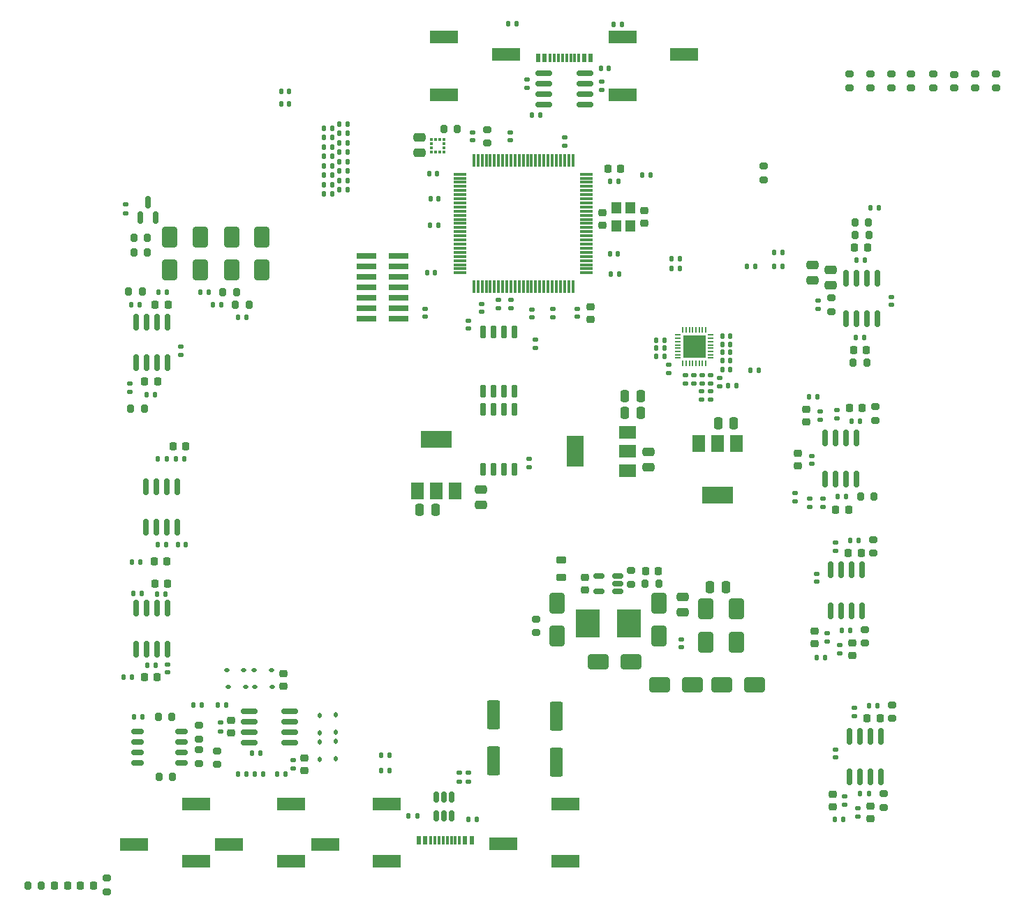
<source format=gbr>
%TF.GenerationSoftware,KiCad,Pcbnew,7.0.6*%
%TF.CreationDate,2024-06-29T14:20:43+02:00*%
%TF.ProjectId,plinkyblack_hwmidi_jacks,706c696e-6b79-4626-9c61-636b5f68776d,rev?*%
%TF.SameCoordinates,Original*%
%TF.FileFunction,Paste,Top*%
%TF.FilePolarity,Positive*%
%FSLAX46Y46*%
G04 Gerber Fmt 4.6, Leading zero omitted, Abs format (unit mm)*
G04 Created by KiCad (PCBNEW 7.0.6) date 2024-06-29 14:20:43*
%MOMM*%
%LPD*%
G01*
G04 APERTURE LIST*
G04 Aperture macros list*
%AMRoundRect*
0 Rectangle with rounded corners*
0 $1 Rounding radius*
0 $2 $3 $4 $5 $6 $7 $8 $9 X,Y pos of 4 corners*
0 Add a 4 corners polygon primitive as box body*
4,1,4,$2,$3,$4,$5,$6,$7,$8,$9,$2,$3,0*
0 Add four circle primitives for the rounded corners*
1,1,$1+$1,$2,$3*
1,1,$1+$1,$4,$5*
1,1,$1+$1,$6,$7*
1,1,$1+$1,$8,$9*
0 Add four rect primitives between the rounded corners*
20,1,$1+$1,$2,$3,$4,$5,0*
20,1,$1+$1,$4,$5,$6,$7,0*
20,1,$1+$1,$6,$7,$8,$9,0*
20,1,$1+$1,$8,$9,$2,$3,0*%
G04 Aperture macros list end*
%ADD10RoundRect,0.250000X0.250000X0.475000X-0.250000X0.475000X-0.250000X-0.475000X0.250000X-0.475000X0*%
%ADD11RoundRect,0.250000X-0.250000X-0.475000X0.250000X-0.475000X0.250000X0.475000X-0.250000X0.475000X0*%
%ADD12RoundRect,0.225000X-0.225000X-0.250000X0.225000X-0.250000X0.225000X0.250000X-0.225000X0.250000X0*%
%ADD13RoundRect,0.140000X-0.170000X0.140000X-0.170000X-0.140000X0.170000X-0.140000X0.170000X0.140000X0*%
%ADD14RoundRect,0.225000X0.225000X0.250000X-0.225000X0.250000X-0.225000X-0.250000X0.225000X-0.250000X0*%
%ADD15RoundRect,0.140000X0.140000X0.170000X-0.140000X0.170000X-0.140000X-0.170000X0.140000X-0.170000X0*%
%ADD16RoundRect,0.250000X-0.550000X1.500000X-0.550000X-1.500000X0.550000X-1.500000X0.550000X1.500000X0*%
%ADD17RoundRect,0.225000X0.250000X-0.225000X0.250000X0.225000X-0.250000X0.225000X-0.250000X-0.225000X0*%
%ADD18RoundRect,0.135000X-0.185000X0.135000X-0.185000X-0.135000X0.185000X-0.135000X0.185000X0.135000X0*%
%ADD19RoundRect,0.135000X-0.135000X-0.185000X0.135000X-0.185000X0.135000X0.185000X-0.135000X0.185000X0*%
%ADD20RoundRect,0.200000X0.275000X-0.200000X0.275000X0.200000X-0.275000X0.200000X-0.275000X-0.200000X0*%
%ADD21RoundRect,0.200000X0.200000X0.275000X-0.200000X0.275000X-0.200000X-0.275000X0.200000X-0.275000X0*%
%ADD22RoundRect,0.135000X0.135000X0.185000X-0.135000X0.185000X-0.135000X-0.185000X0.135000X-0.185000X0*%
%ADD23RoundRect,0.135000X0.185000X-0.135000X0.185000X0.135000X-0.185000X0.135000X-0.185000X-0.135000X0*%
%ADD24RoundRect,0.200000X-0.275000X0.200000X-0.275000X-0.200000X0.275000X-0.200000X0.275000X0.200000X0*%
%ADD25RoundRect,0.150000X-0.150000X0.825000X-0.150000X-0.825000X0.150000X-0.825000X0.150000X0.825000X0*%
%ADD26R,1.500000X2.000000*%
%ADD27R,3.800000X2.000000*%
%ADD28RoundRect,0.150000X0.150000X-0.825000X0.150000X0.825000X-0.150000X0.825000X-0.150000X-0.825000X0*%
%ADD29RoundRect,0.140000X0.170000X-0.140000X0.170000X0.140000X-0.170000X0.140000X-0.170000X-0.140000X0*%
%ADD30RoundRect,0.140000X-0.140000X-0.170000X0.140000X-0.170000X0.140000X0.170000X-0.140000X0.170000X0*%
%ADD31RoundRect,0.250000X-0.475000X0.250000X-0.475000X-0.250000X0.475000X-0.250000X0.475000X0.250000X0*%
%ADD32RoundRect,0.225000X-0.250000X0.225000X-0.250000X-0.225000X0.250000X-0.225000X0.250000X0.225000X0*%
%ADD33R,1.200000X1.400000*%
%ADD34RoundRect,0.150000X0.150000X-0.650000X0.150000X0.650000X-0.150000X0.650000X-0.150000X-0.650000X0*%
%ADD35RoundRect,0.075000X0.725000X0.075000X-0.725000X0.075000X-0.725000X-0.075000X0.725000X-0.075000X0*%
%ADD36RoundRect,0.075000X0.075000X0.725000X-0.075000X0.725000X-0.075000X-0.725000X0.075000X-0.725000X0*%
%ADD37R,2.400000X0.740000*%
%ADD38RoundRect,0.218750X-0.381250X0.218750X-0.381250X-0.218750X0.381250X-0.218750X0.381250X0.218750X0*%
%ADD39RoundRect,0.250000X0.475000X-0.250000X0.475000X0.250000X-0.475000X0.250000X-0.475000X-0.250000X0*%
%ADD40RoundRect,0.250000X-0.650000X1.000000X-0.650000X-1.000000X0.650000X-1.000000X0.650000X1.000000X0*%
%ADD41RoundRect,0.250000X0.650000X-1.000000X0.650000X1.000000X-0.650000X1.000000X-0.650000X-1.000000X0*%
%ADD42R,3.000000X3.500000*%
%ADD43RoundRect,0.150000X0.512500X0.150000X-0.512500X0.150000X-0.512500X-0.150000X0.512500X-0.150000X0*%
%ADD44RoundRect,0.150000X0.150000X-0.587500X0.150000X0.587500X-0.150000X0.587500X-0.150000X-0.587500X0*%
%ADD45RoundRect,0.150000X-0.150000X0.650000X-0.150000X-0.650000X0.150000X-0.650000X0.150000X0.650000X0*%
%ADD46RoundRect,0.150000X0.150000X-0.512500X0.150000X0.512500X-0.150000X0.512500X-0.150000X-0.512500X0*%
%ADD47RoundRect,0.200000X-0.200000X-0.275000X0.200000X-0.275000X0.200000X0.275000X-0.200000X0.275000X0*%
%ADD48RoundRect,0.150000X0.825000X0.150000X-0.825000X0.150000X-0.825000X-0.150000X0.825000X-0.150000X0*%
%ADD49RoundRect,0.250000X-1.000000X-0.650000X1.000000X-0.650000X1.000000X0.650000X-1.000000X0.650000X0*%
%ADD50R,0.375000X0.350000*%
%ADD51R,0.350000X0.375000*%
%ADD52RoundRect,0.112500X-0.187500X-0.112500X0.187500X-0.112500X0.187500X0.112500X-0.187500X0.112500X0*%
%ADD53RoundRect,0.112500X0.187500X0.112500X-0.187500X0.112500X-0.187500X-0.112500X0.187500X-0.112500X0*%
%ADD54RoundRect,0.112500X0.112500X-0.187500X0.112500X0.187500X-0.112500X0.187500X-0.112500X-0.187500X0*%
%ADD55RoundRect,0.112500X-0.112500X0.187500X-0.112500X-0.187500X0.112500X-0.187500X0.112500X0.187500X0*%
%ADD56R,3.500000X1.500000*%
%ADD57RoundRect,0.150000X0.625000X0.150000X-0.625000X0.150000X-0.625000X-0.150000X0.625000X-0.150000X0*%
%ADD58R,0.600000X1.140000*%
%ADD59R,0.300000X1.140000*%
%ADD60R,2.000000X1.500000*%
%ADD61R,2.000000X3.800000*%
%ADD62R,0.800000X0.200000*%
%ADD63R,0.200000X0.800000*%
%ADD64R,2.750000X2.750000*%
%ADD65RoundRect,0.250000X1.000000X0.650000X-1.000000X0.650000X-1.000000X-0.650000X1.000000X-0.650000X0*%
%ADD66RoundRect,0.218750X0.218750X0.256250X-0.218750X0.256250X-0.218750X-0.256250X0.218750X-0.256250X0*%
%ADD67RoundRect,0.218750X-0.218750X-0.256250X0.218750X-0.256250X0.218750X0.256250X-0.218750X0.256250X0*%
G04 APERTURE END LIST*
D10*
%TO.C,C9*%
X67904400Y-87147400D03*
X66004400Y-87147400D03*
%TD*%
D11*
%TO.C,C10*%
X102161300Y-76619100D03*
X104061300Y-76619100D03*
%TD*%
D12*
%TO.C,C20*%
X118605000Y-67691000D03*
X120155000Y-67691000D03*
%TD*%
%TO.C,C21*%
X118732000Y-55245000D03*
X120282000Y-55245000D03*
%TD*%
D13*
%TO.C,C25*%
X114173000Y-94897000D03*
X114173000Y-95857000D03*
%TD*%
D14*
%TO.C,C38*%
X37619519Y-79408918D03*
X36069519Y-79408918D03*
%TD*%
%TO.C,C39*%
X35300081Y-93377518D03*
X33750081Y-93377518D03*
%TD*%
D15*
%TO.C,C40*%
X37610793Y-91356981D03*
X36650793Y-91356981D03*
%TD*%
D16*
%TO.C,C43*%
X74930000Y-112008000D03*
X74930000Y-117608000D03*
%TD*%
D17*
%TO.C,C44*%
X116078000Y-123203000D03*
X116078000Y-121653000D03*
%TD*%
%TO.C,C45*%
X113919000Y-103391000D03*
X113919000Y-101841000D03*
%TD*%
%TO.C,C47*%
X118491000Y-104788000D03*
X118491000Y-103238000D03*
%TD*%
D13*
%TO.C,C50*%
X116459000Y-116233000D03*
X116459000Y-117193000D03*
%TD*%
D18*
%TO.C,R14*%
X114300000Y-61720000D03*
X114300000Y-62740000D03*
%TD*%
D19*
%TO.C,R15*%
X120648000Y-50419000D03*
X121668000Y-50419000D03*
%TD*%
D20*
%TO.C,R16*%
X115951000Y-63055000D03*
X115951000Y-61405000D03*
%TD*%
D19*
%TO.C,R18*%
X118870000Y-66167000D03*
X119890000Y-66167000D03*
%TD*%
%TO.C,R19*%
X118972000Y-56769000D03*
X119992000Y-56769000D03*
%TD*%
D21*
%TO.C,R20*%
X120205000Y-69215000D03*
X118555000Y-69215000D03*
%TD*%
D22*
%TO.C,R26*%
X35272794Y-80892769D03*
X34252794Y-80892769D03*
%TD*%
%TO.C,R27*%
X32073622Y-93463835D03*
X31053622Y-93463835D03*
%TD*%
%TO.C,R30*%
X37418947Y-80890763D03*
X36398947Y-80890763D03*
%TD*%
%TO.C,R31*%
X35202516Y-91312482D03*
X34182516Y-91312482D03*
%TD*%
D18*
%TO.C,R33*%
X70776374Y-119067312D03*
X70776374Y-120087312D03*
%TD*%
%TO.C,R42*%
X117551000Y-121893000D03*
X117551000Y-122913000D03*
%TD*%
D22*
%TO.C,R43*%
X115191000Y-105029000D03*
X114171000Y-105029000D03*
%TD*%
%TO.C,R44*%
X117350000Y-124714000D03*
X116330000Y-124714000D03*
%TD*%
D19*
%TO.C,R45*%
X119429000Y-121539000D03*
X120449000Y-121539000D03*
%TD*%
D18*
%TO.C,R46*%
X115443000Y-102106000D03*
X115443000Y-103126000D03*
%TD*%
D19*
%TO.C,R47*%
X117219000Y-101727000D03*
X118239000Y-101727000D03*
%TD*%
D23*
%TO.C,R48*%
X118745000Y-112143000D03*
X118745000Y-111123000D03*
%TD*%
%TO.C,R49*%
X116459000Y-92077000D03*
X116459000Y-91057000D03*
%TD*%
D22*
%TO.C,R50*%
X121541000Y-110871000D03*
X120521000Y-110871000D03*
%TD*%
D20*
%TO.C,R52*%
X122301000Y-123253000D03*
X122301000Y-121603000D03*
%TD*%
%TO.C,R53*%
X120015000Y-103314000D03*
X120015000Y-101664000D03*
%TD*%
D24*
%TO.C,R54*%
X123317000Y-110808000D03*
X123317000Y-112458000D03*
%TD*%
%TO.C,R55*%
X121031000Y-90716500D03*
X121031000Y-92366500D03*
%TD*%
D25*
%TO.C,U1*%
X36601834Y-84293010D03*
X35331834Y-84293010D03*
X34061834Y-84293010D03*
X32791834Y-84293010D03*
X32791834Y-89243010D03*
X34061834Y-89243010D03*
X35331834Y-89243010D03*
X36601834Y-89243010D03*
%TD*%
D26*
%TO.C,U2*%
X65670400Y-84836400D03*
X67970400Y-84836400D03*
D27*
X67970400Y-78536400D03*
D26*
X70270400Y-84836400D03*
%TD*%
%TO.C,U3*%
X104395300Y-79057100D03*
X102095300Y-79057100D03*
D27*
X102095300Y-85357100D03*
D26*
X99795300Y-79057100D03*
%TD*%
D28*
%TO.C,U5*%
X117729000Y-63943000D03*
X118999000Y-63943000D03*
X120269000Y-63943000D03*
X121539000Y-63943000D03*
X121539000Y-58993000D03*
X120269000Y-58993000D03*
X118999000Y-58993000D03*
X117729000Y-58993000D03*
%TD*%
D25*
%TO.C,U10*%
X119634000Y-94426000D03*
X118364000Y-94426000D03*
X117094000Y-94426000D03*
X115824000Y-94426000D03*
X115824000Y-99376000D03*
X117094000Y-99376000D03*
X118364000Y-99376000D03*
X119634000Y-99376000D03*
%TD*%
%TO.C,U11*%
X121920000Y-114619000D03*
X120650000Y-114619000D03*
X119380000Y-114619000D03*
X118110000Y-114619000D03*
X118110000Y-119569000D03*
X119380000Y-119569000D03*
X120650000Y-119569000D03*
X121920000Y-119569000D03*
%TD*%
D14*
%TO.C,C48*%
X121806000Y-112395000D03*
X120256000Y-112395000D03*
%TD*%
D29*
%TO.C,C51*%
X123190000Y-62202000D03*
X123190000Y-61242000D03*
%TD*%
D20*
%TO.C,R58*%
X118110000Y-35877000D03*
X118110000Y-34227000D03*
%TD*%
%TO.C,R59*%
X120650000Y-35877000D03*
X120650000Y-34227000D03*
%TD*%
%TO.C,R60*%
X123190000Y-35877000D03*
X123190000Y-34227000D03*
%TD*%
%TO.C,R61*%
X125603000Y-35877000D03*
X125603000Y-34227000D03*
%TD*%
%TO.C,R62*%
X128270000Y-35877000D03*
X128270000Y-34227000D03*
%TD*%
%TO.C,R63*%
X130810000Y-35902000D03*
X130810000Y-34252000D03*
%TD*%
%TO.C,R64*%
X133350000Y-35877000D03*
X133350000Y-34227000D03*
%TD*%
%TO.C,R65*%
X135890000Y-35877000D03*
X135890000Y-34227000D03*
%TD*%
D22*
%TO.C,R12*%
X33938107Y-105996078D03*
X32918107Y-105996078D03*
%TD*%
%TO.C,R11*%
X35157191Y-97358739D03*
X34137191Y-97358739D03*
%TD*%
%TO.C,R5*%
X31084932Y-107396728D03*
X30064932Y-107396728D03*
%TD*%
%TO.C,R4*%
X32252140Y-97229049D03*
X31232140Y-97229049D03*
%TD*%
D14*
%TO.C,C8*%
X34151231Y-107422665D03*
X32601231Y-107422665D03*
%TD*%
%TO.C,C7*%
X35396253Y-96087779D03*
X33846253Y-96087779D03*
%TD*%
D29*
%TO.C,C1*%
X35357394Y-106835759D03*
X35357394Y-105875759D03*
%TD*%
D25*
%TO.C,U9*%
X35359045Y-99085688D03*
X34089045Y-99085688D03*
X32819045Y-99085688D03*
X31549045Y-99085688D03*
X31549045Y-104035688D03*
X32819045Y-104035688D03*
X34089045Y-104035688D03*
X35359045Y-104035688D03*
%TD*%
D23*
%TO.C,R66*%
X119126000Y-124335000D03*
X119126000Y-123315000D03*
%TD*%
%TO.C,R67*%
X116967000Y-104586500D03*
X116967000Y-103566500D03*
%TD*%
D17*
%TO.C,C46*%
X120650000Y-124600000D03*
X120650000Y-123050000D03*
%TD*%
D30*
%TO.C,C34*%
X92992000Y-46482000D03*
X93952000Y-46482000D03*
%TD*%
D21*
%TO.C,R24*%
X45275000Y-62230000D03*
X43625000Y-62230000D03*
%TD*%
D22*
%TO.C,R28*%
X41912000Y-62230000D03*
X40892000Y-62230000D03*
%TD*%
D21*
%TO.C,R29*%
X43776400Y-60706000D03*
X42126400Y-60706000D03*
%TD*%
D22*
%TO.C,R35*%
X97538000Y-56642000D03*
X96518000Y-56642000D03*
%TD*%
D24*
%TO.C,R91*%
X121285000Y-74613000D03*
X121285000Y-76263000D03*
%TD*%
D16*
%TO.C,C42*%
X82550000Y-112135000D03*
X82550000Y-117735000D03*
%TD*%
D22*
%TO.C,R22*%
X39551201Y-110771003D03*
X38531201Y-110771003D03*
%TD*%
D10*
%TO.C,C26*%
X92771000Y-75311000D03*
X90871000Y-75311000D03*
%TD*%
%TO.C,C30*%
X92771000Y-73279000D03*
X90871000Y-73279000D03*
%TD*%
D31*
%TO.C,C2*%
X73406000Y-84648000D03*
X73406000Y-86548000D03*
%TD*%
D17*
%TO.C,C15*%
X49445233Y-108542946D03*
X49445233Y-106992946D03*
%TD*%
D30*
%TO.C,C35*%
X39398000Y-60706000D03*
X40358000Y-60706000D03*
%TD*%
D12*
%TO.C,C62*%
X118097000Y-74739500D03*
X119647000Y-74739500D03*
%TD*%
D22*
%TO.C,R41*%
X57279000Y-48260000D03*
X56259000Y-48260000D03*
%TD*%
%TO.C,R71*%
X57279000Y-43688000D03*
X56259000Y-43688000D03*
%TD*%
%TO.C,R68*%
X57279000Y-47117000D03*
X56259000Y-47117000D03*
%TD*%
%TO.C,R73*%
X57279000Y-41402000D03*
X56259000Y-41402000D03*
%TD*%
%TO.C,R72*%
X57279000Y-42545000D03*
X56259000Y-42545000D03*
%TD*%
D19*
%TO.C,R81*%
X54354000Y-41910000D03*
X55374000Y-41910000D03*
%TD*%
D22*
%TO.C,R69*%
X57279000Y-45974000D03*
X56259000Y-45974000D03*
%TD*%
D19*
%TO.C,R75*%
X54354000Y-48768000D03*
X55374000Y-48768000D03*
%TD*%
%TO.C,R76*%
X54354000Y-47625000D03*
X55374000Y-47625000D03*
%TD*%
%TO.C,R79*%
X54354000Y-44196000D03*
X55374000Y-44196000D03*
%TD*%
%TO.C,R82*%
X54354000Y-40767000D03*
X55374000Y-40767000D03*
%TD*%
%TO.C,R78*%
X54377000Y-45339000D03*
X55397000Y-45339000D03*
%TD*%
%TO.C,R80*%
X54354000Y-43053000D03*
X55374000Y-43053000D03*
%TD*%
D22*
%TO.C,R70*%
X57279000Y-44831000D03*
X56259000Y-44831000D03*
%TD*%
%TO.C,R74*%
X57279000Y-40259000D03*
X56259000Y-40259000D03*
%TD*%
D19*
%TO.C,R77*%
X54377000Y-46482000D03*
X55397000Y-46482000D03*
%TD*%
D21*
%TO.C,R21*%
X120459000Y-53721000D03*
X118809000Y-53721000D03*
%TD*%
D30*
%TO.C,C18*%
X89055000Y-56007000D03*
X90015000Y-56007000D03*
%TD*%
D17*
%TO.C,C12*%
X93218000Y-52337000D03*
X93218000Y-50787000D03*
%TD*%
D29*
%TO.C,C19*%
X83600000Y-42880000D03*
X83600000Y-41920000D03*
%TD*%
%TO.C,C22*%
X72390000Y-42263000D03*
X72390000Y-41303000D03*
%TD*%
D15*
%TO.C,C23*%
X67853500Y-58318400D03*
X66893500Y-58318400D03*
%TD*%
D32*
%TO.C,C24*%
X86741000Y-62432900D03*
X86741000Y-63982900D03*
%TD*%
D18*
%TO.C,R34*%
X82169000Y-62736000D03*
X82169000Y-63756000D03*
%TD*%
D24*
%TO.C,R38*%
X74168000Y-40958000D03*
X74168000Y-42608000D03*
%TD*%
D21*
%TO.C,R39*%
X70548000Y-40894000D03*
X68898000Y-40894000D03*
%TD*%
D15*
%TO.C,C36*%
X90142000Y-58521600D03*
X89182000Y-58521600D03*
%TD*%
D33*
%TO.C,Y1*%
X91528000Y-52662000D03*
X91528000Y-50462000D03*
X89828000Y-50462000D03*
X89828000Y-52662000D03*
%TD*%
D13*
%TO.C,C37*%
X76936600Y-41303000D03*
X76936600Y-42263000D03*
%TD*%
D29*
%TO.C,C59*%
X73533000Y-63091000D03*
X73533000Y-62131000D03*
%TD*%
D30*
%TO.C,C54*%
X89118500Y-47205900D03*
X90078500Y-47205900D03*
%TD*%
D29*
%TO.C,C56*%
X79629000Y-63726000D03*
X79629000Y-62766000D03*
%TD*%
D30*
%TO.C,C52*%
X67312600Y-49326800D03*
X68272600Y-49326800D03*
%TD*%
D13*
%TO.C,C53*%
X85090000Y-62727900D03*
X85090000Y-63687900D03*
%TD*%
D30*
%TO.C,C57*%
X67160200Y-46278800D03*
X68120200Y-46278800D03*
%TD*%
%TO.C,C58*%
X67261800Y-52527200D03*
X68221800Y-52527200D03*
%TD*%
D34*
%TO.C,U12*%
X73660000Y-72688000D03*
X74930000Y-72688000D03*
X76200000Y-72688000D03*
X77470000Y-72688000D03*
X77470000Y-65488000D03*
X76200000Y-65488000D03*
X74930000Y-65488000D03*
X73660000Y-65488000D03*
%TD*%
D29*
%TO.C,C16*%
X71882000Y-65123000D03*
X71882000Y-64163000D03*
%TD*%
D35*
%TO.C,U4*%
X86224500Y-58349400D03*
X86224500Y-57849400D03*
X86224500Y-57349400D03*
X86224500Y-56849400D03*
X86224500Y-56349400D03*
X86224500Y-55849400D03*
X86224500Y-55349400D03*
X86224500Y-54849400D03*
X86224500Y-54349400D03*
X86224500Y-53849400D03*
X86224500Y-53349400D03*
X86224500Y-52849400D03*
X86224500Y-52349400D03*
X86224500Y-51849400D03*
X86224500Y-51349400D03*
X86224500Y-50849400D03*
X86224500Y-50349400D03*
X86224500Y-49849400D03*
X86224500Y-49349400D03*
X86224500Y-48849400D03*
X86224500Y-48349400D03*
X86224500Y-47849400D03*
X86224500Y-47349400D03*
X86224500Y-46849400D03*
X86224500Y-46349400D03*
D36*
X84549500Y-44674400D03*
X84049500Y-44674400D03*
X83549500Y-44674400D03*
X83049500Y-44674400D03*
X82549500Y-44674400D03*
X82049500Y-44674400D03*
X81549500Y-44674400D03*
X81049500Y-44674400D03*
X80549500Y-44674400D03*
X80049500Y-44674400D03*
X79549500Y-44674400D03*
X79049500Y-44674400D03*
X78549500Y-44674400D03*
X78049500Y-44674400D03*
X77549500Y-44674400D03*
X77049500Y-44674400D03*
X76549500Y-44674400D03*
X76049500Y-44674400D03*
X75549500Y-44674400D03*
X75049500Y-44674400D03*
X74549500Y-44674400D03*
X74049500Y-44674400D03*
X73549500Y-44674400D03*
X73049500Y-44674400D03*
X72549500Y-44674400D03*
D35*
X70874500Y-46349400D03*
X70874500Y-46849400D03*
X70874500Y-47349400D03*
X70874500Y-47849400D03*
X70874500Y-48349400D03*
X70874500Y-48849400D03*
X70874500Y-49349400D03*
X70874500Y-49849400D03*
X70874500Y-50349400D03*
X70874500Y-50849400D03*
X70874500Y-51349400D03*
X70874500Y-51849400D03*
X70874500Y-52349400D03*
X70874500Y-52849400D03*
X70874500Y-53349400D03*
X70874500Y-53849400D03*
X70874500Y-54349400D03*
X70874500Y-54849400D03*
X70874500Y-55349400D03*
X70874500Y-55849400D03*
X70874500Y-56349400D03*
X70874500Y-56849400D03*
X70874500Y-57349400D03*
X70874500Y-57849400D03*
X70874500Y-58349400D03*
D36*
X72549500Y-60024400D03*
X73049500Y-60024400D03*
X73549500Y-60024400D03*
X74049500Y-60024400D03*
X74549500Y-60024400D03*
X75049500Y-60024400D03*
X75549500Y-60024400D03*
X76049500Y-60024400D03*
X76549500Y-60024400D03*
X77049500Y-60024400D03*
X77549500Y-60024400D03*
X78049500Y-60024400D03*
X78549500Y-60024400D03*
X79049500Y-60024400D03*
X79549500Y-60024400D03*
X80049500Y-60024400D03*
X80549500Y-60024400D03*
X81049500Y-60024400D03*
X81549500Y-60024400D03*
X82049500Y-60024400D03*
X82549500Y-60024400D03*
X83049500Y-60024400D03*
X83549500Y-60024400D03*
X84049500Y-60024400D03*
X84549500Y-60024400D03*
%TD*%
D32*
%TO.C,C60*%
X112903000Y-74917000D03*
X112903000Y-76467000D03*
%TD*%
D12*
%TO.C,C63*%
X116446000Y-87122000D03*
X117996000Y-87122000D03*
%TD*%
D32*
%TO.C,C61*%
X111887000Y-80251000D03*
X111887000Y-81801000D03*
%TD*%
D13*
%TO.C,C64*%
X113538000Y-80546000D03*
X113538000Y-81506000D03*
%TD*%
D22*
%TO.C,R83*%
X114238000Y-73406000D03*
X113218000Y-73406000D03*
%TD*%
D21*
%TO.C,R92*%
X121094000Y-85534500D03*
X119444000Y-85534500D03*
%TD*%
D19*
%TO.C,R89*%
X116648000Y-85534500D03*
X117668000Y-85534500D03*
%TD*%
D25*
%TO.C,U7*%
X118999000Y-78424000D03*
X117729000Y-78424000D03*
X116459000Y-78424000D03*
X115189000Y-78424000D03*
X115189000Y-83374000D03*
X116459000Y-83374000D03*
X117729000Y-83374000D03*
X118999000Y-83374000D03*
%TD*%
D19*
%TO.C,R90*%
X118388000Y-76327000D03*
X119408000Y-76327000D03*
%TD*%
D18*
%TO.C,R86*%
X113284000Y-85723000D03*
X113284000Y-86743000D03*
%TD*%
D23*
%TO.C,R84*%
X111506000Y-86108000D03*
X111506000Y-85088000D03*
%TD*%
D18*
%TO.C,R87*%
X116586000Y-74991500D03*
X116586000Y-76011500D03*
%TD*%
D23*
%TO.C,R88*%
X114872000Y-86743000D03*
X114872000Y-85723000D03*
%TD*%
%TO.C,R85*%
X114554000Y-76202000D03*
X114554000Y-75182000D03*
%TD*%
D15*
%TO.C,C17*%
X44930000Y-63754000D03*
X43970000Y-63754000D03*
%TD*%
D12*
%TO.C,C55*%
X88823500Y-45681900D03*
X90373500Y-45681900D03*
%TD*%
D37*
%TO.C,J5*%
X59518000Y-56261000D03*
X63418000Y-56261000D03*
X59518000Y-57531000D03*
X63418000Y-57531000D03*
X59518000Y-58801000D03*
X63418000Y-58801000D03*
X59518000Y-60071000D03*
X63418000Y-60071000D03*
X59518000Y-61341000D03*
X63418000Y-61341000D03*
X59518000Y-62611000D03*
X63418000Y-62611000D03*
X59518000Y-63881000D03*
X63418000Y-63881000D03*
%TD*%
D13*
%TO.C,C11*%
X66600000Y-62700000D03*
X66600000Y-63660000D03*
%TD*%
D32*
%TO.C,C14*%
X88138000Y-51041000D03*
X88138000Y-52591000D03*
%TD*%
D15*
%TO.C,C69*%
X109954000Y-55880000D03*
X108994000Y-55880000D03*
%TD*%
D22*
%TO.C,R98*%
X106682000Y-57531000D03*
X105662000Y-57531000D03*
%TD*%
%TO.C,R99*%
X109984000Y-57531000D03*
X108964000Y-57531000D03*
%TD*%
D38*
%TO.C,FB1*%
X83123000Y-93234500D03*
X83123000Y-95359500D03*
%TD*%
D30*
%TO.C,C68*%
X49177000Y-36322000D03*
X50137000Y-36322000D03*
%TD*%
D39*
%TO.C,C71*%
X115824000Y-59878000D03*
X115824000Y-57978000D03*
%TD*%
D31*
%TO.C,C72*%
X113664283Y-57350000D03*
X113664283Y-59250000D03*
%TD*%
D21*
%TO.C,R17*%
X120433500Y-52197000D03*
X118783500Y-52197000D03*
%TD*%
D14*
%TO.C,C49*%
X119520000Y-92329000D03*
X117970000Y-92329000D03*
%TD*%
D17*
%TO.C,C3*%
X86044000Y-96850000D03*
X86044000Y-95300000D03*
%TD*%
D13*
%TO.C,C4*%
X97728000Y-102834000D03*
X97728000Y-103794000D03*
%TD*%
D31*
%TO.C,C66*%
X97855000Y-97665000D03*
X97855000Y-99565000D03*
%TD*%
D40*
%TO.C,D1*%
X94997500Y-98456500D03*
X94997500Y-102456500D03*
%TD*%
%TO.C,D2*%
X100712500Y-99155000D03*
X100712500Y-103155000D03*
%TD*%
D41*
%TO.C,D3*%
X104395500Y-103155000D03*
X104395500Y-99155000D03*
%TD*%
D42*
%TO.C,L1*%
X86338000Y-100901000D03*
X91338000Y-100901000D03*
%TD*%
D24*
%TO.C,R7*%
X91632000Y-94488000D03*
X91632000Y-96138000D03*
%TD*%
D43*
%TO.C,U13*%
X89975500Y-97025000D03*
X89975500Y-96075000D03*
X89975500Y-95125000D03*
X87700500Y-95125000D03*
X87700500Y-97025000D03*
%TD*%
D21*
%TO.C,R2*%
X94997000Y-96075000D03*
X93347000Y-96075000D03*
%TD*%
D12*
%TO.C,C65*%
X93397000Y-94551000D03*
X94947000Y-94551000D03*
%TD*%
D10*
%TO.C,C67*%
X103123000Y-96519500D03*
X101223000Y-96519500D03*
%TD*%
D22*
%TO.C,R36*%
X44943218Y-119190969D03*
X43923218Y-119190969D03*
%TD*%
D40*
%TO.C,D4*%
X82678500Y-98456500D03*
X82678500Y-102456500D03*
%TD*%
D20*
%TO.C,R25*%
X80075000Y-102043500D03*
X80075000Y-100393500D03*
%TD*%
D44*
%TO.C,Q1*%
X32070000Y-51610500D03*
X33970000Y-51610500D03*
X33020000Y-49735500D03*
%TD*%
D23*
%TO.C,R8*%
X30353000Y-51081500D03*
X30353000Y-50061500D03*
%TD*%
D18*
%TO.C,R32*%
X71902283Y-119067312D03*
X71902283Y-120087312D03*
%TD*%
%TO.C,R13*%
X80010000Y-66419000D03*
X80010000Y-67439000D03*
%TD*%
D30*
%TO.C,C70*%
X49177000Y-37846000D03*
X50137000Y-37846000D03*
%TD*%
D29*
%TO.C,C73*%
X79248000Y-81912500D03*
X79248000Y-80952500D03*
%TD*%
D45*
%TO.C,U14*%
X77441000Y-74954000D03*
X76171000Y-74954000D03*
X74901000Y-74954000D03*
X73631000Y-74954000D03*
X73631000Y-82154000D03*
X74901000Y-82154000D03*
X76171000Y-82154000D03*
X77441000Y-82154000D03*
%TD*%
D23*
%TO.C,R57*%
X75565000Y-62613000D03*
X75565000Y-61593000D03*
%TD*%
%TO.C,R93*%
X77089000Y-62613000D03*
X77089000Y-61593000D03*
%TD*%
D24*
%TO.C,R94*%
X107696000Y-45403000D03*
X107696000Y-47053000D03*
%TD*%
D19*
%TO.C,R37*%
X61339000Y-118745000D03*
X62359000Y-118745000D03*
%TD*%
D22*
%TO.C,R56*%
X47033712Y-119218476D03*
X46013712Y-119218476D03*
%TD*%
D41*
%TO.C,D5*%
X43180000Y-58007000D03*
X43180000Y-54007000D03*
%TD*%
D40*
%TO.C,D6*%
X46863000Y-54007000D03*
X46863000Y-58007000D03*
%TD*%
D41*
%TO.C,D7*%
X35687000Y-58007000D03*
X35687000Y-54007000D03*
%TD*%
D40*
%TO.C,D8*%
X39370000Y-54007000D03*
X39370000Y-58007000D03*
%TD*%
D22*
%TO.C,R40*%
X97538000Y-57785000D03*
X96518000Y-57785000D03*
%TD*%
D15*
%TO.C,C74*%
X88899728Y-33528253D03*
X87939728Y-33528253D03*
%TD*%
D46*
%TO.C,U15*%
X67999885Y-124251735D03*
X68949885Y-124251735D03*
X69899885Y-124251735D03*
X69899885Y-121976735D03*
X68949885Y-121976735D03*
X67999885Y-121976735D03*
%TD*%
D14*
%TO.C,C5*%
X34176000Y-71501000D03*
X32626000Y-71501000D03*
%TD*%
%TO.C,C6*%
X35446000Y-62230000D03*
X33896000Y-62230000D03*
%TD*%
D22*
%TO.C,R9*%
X33911000Y-73152000D03*
X32891000Y-73152000D03*
%TD*%
D13*
%TO.C,C41*%
X37000000Y-67320000D03*
X37000000Y-68280000D03*
%TD*%
D18*
%TO.C,R1*%
X30861000Y-71753000D03*
X30861000Y-72773000D03*
%TD*%
D22*
%TO.C,R3*%
X32006000Y-62230000D03*
X30986000Y-62230000D03*
%TD*%
%TO.C,R10*%
X35310000Y-60706000D03*
X34290000Y-60706000D03*
%TD*%
D25*
%TO.C,U8*%
X35433000Y-64327000D03*
X34163000Y-64327000D03*
X32893000Y-64327000D03*
X31623000Y-64327000D03*
X31623000Y-69277000D03*
X32893000Y-69277000D03*
X34163000Y-69277000D03*
X35433000Y-69277000D03*
%TD*%
D47*
%TO.C,R95*%
X30925000Y-74803000D03*
X32575000Y-74803000D03*
%TD*%
D21*
%TO.C,R97*%
X32956000Y-55880000D03*
X31306000Y-55880000D03*
%TD*%
%TO.C,R100*%
X32956000Y-54102000D03*
X31306000Y-54102000D03*
%TD*%
D47*
%TO.C,R96*%
X30671000Y-60579000D03*
X32321000Y-60579000D03*
%TD*%
D22*
%TO.C,R51*%
X119229500Y-90805000D03*
X118209500Y-90805000D03*
%TD*%
D17*
%TO.C,C75*%
X51994605Y-118795708D03*
X51994605Y-117245708D03*
%TD*%
D32*
%TO.C,C76*%
X43081592Y-112687071D03*
X43081592Y-114237071D03*
%TD*%
D18*
%TO.C,R101*%
X50644646Y-117527796D03*
X50644646Y-118547796D03*
%TD*%
D23*
%TO.C,R102*%
X41797248Y-113990419D03*
X41797248Y-112970419D03*
%TD*%
D48*
%TO.C,U16*%
X50252983Y-115374142D03*
X50252983Y-114104142D03*
X50252983Y-112834142D03*
X50252983Y-111564142D03*
X45302983Y-111564142D03*
X45302983Y-112834142D03*
X45302983Y-114104142D03*
X45302983Y-115374142D03*
%TD*%
D15*
%TO.C,C77*%
X46622778Y-116664333D03*
X45662778Y-116664333D03*
%TD*%
D39*
%TO.C,C79*%
X65950174Y-43789752D03*
X65950174Y-41889752D03*
%TD*%
D49*
%TO.C,D9*%
X87600000Y-105600000D03*
X91600000Y-105600000D03*
%TD*%
D50*
%TO.C,U17*%
X68961500Y-43676000D03*
X68961500Y-43176000D03*
X68961500Y-42676000D03*
X68961500Y-42176000D03*
D51*
X68449000Y-42163500D03*
X67949000Y-42163500D03*
D50*
X67436500Y-42176000D03*
X67436500Y-42676000D03*
X67436500Y-43176000D03*
X67436500Y-43676000D03*
D51*
X67949000Y-43688500D03*
X68449000Y-43688500D03*
%TD*%
D52*
%TO.C,D16*%
X46015762Y-108588453D03*
X48115762Y-108588453D03*
%TD*%
D53*
%TO.C,D17*%
X48033711Y-106619236D03*
X45933711Y-106619236D03*
%TD*%
D52*
%TO.C,D20*%
X42766553Y-108604863D03*
X44866553Y-108604863D03*
%TD*%
D53*
%TO.C,D21*%
X44669632Y-106619236D03*
X42569632Y-106619236D03*
%TD*%
D22*
%TO.C,R106*%
X42530105Y-110810768D03*
X41510105Y-110810768D03*
%TD*%
D54*
%TO.C,D14*%
X55837026Y-114097081D03*
X55837026Y-111997081D03*
%TD*%
D55*
%TO.C,D15*%
X53861159Y-112095874D03*
X53861159Y-114195874D03*
%TD*%
D54*
%TO.C,D18*%
X55837026Y-117324330D03*
X55837026Y-115224330D03*
%TD*%
D55*
%TO.C,D19*%
X53861159Y-115323123D03*
X53861159Y-117423123D03*
%TD*%
D21*
%TO.C,R110*%
X20087579Y-132759169D03*
X18437579Y-132759169D03*
%TD*%
D56*
%TO.C,J32*%
X83647715Y-122803484D03*
X76147715Y-127703484D03*
X83647715Y-129803484D03*
%TD*%
%TO.C,J28*%
X61996046Y-122811092D03*
X54496046Y-127711092D03*
X61996046Y-129811092D03*
%TD*%
D19*
%TO.C,R23*%
X48709350Y-119218476D03*
X49729350Y-119218476D03*
%TD*%
%TO.C,R6*%
X61284205Y-116910763D03*
X62304205Y-116910763D03*
%TD*%
D56*
%TO.C,J30*%
X38867206Y-122810030D03*
X31367206Y-127710030D03*
X38867206Y-129810030D03*
%TD*%
D15*
%TO.C,C88*%
X103644283Y-67000000D03*
X102684283Y-67000000D03*
%TD*%
D57*
%TO.C,U21*%
X37116161Y-117850344D03*
X37116161Y-116580344D03*
X37116161Y-115310344D03*
X37116161Y-114040344D03*
X31766161Y-114040344D03*
X31766161Y-115310344D03*
X31766161Y-116580344D03*
X31766161Y-117850344D03*
%TD*%
D29*
%TO.C,C32*%
X101264283Y-71760000D03*
X101264283Y-70800000D03*
%TD*%
D58*
%TO.C,U19*%
X86745928Y-32242273D03*
X85945928Y-32242273D03*
D59*
X84795928Y-32242273D03*
X83795928Y-32242273D03*
X83295928Y-32242273D03*
X82295928Y-32242273D03*
D58*
X80345928Y-32242273D03*
X81145928Y-32242273D03*
D59*
X81795928Y-32242273D03*
X82795928Y-32242273D03*
X84295928Y-32242273D03*
X85295928Y-32242273D03*
%TD*%
D15*
%TO.C,C85*%
X103644283Y-69000000D03*
X102684283Y-69000000D03*
%TD*%
D22*
%TO.C,R120*%
X104364283Y-72000000D03*
X103344283Y-72000000D03*
%TD*%
D15*
%TO.C,C78*%
X80593742Y-39173783D03*
X79633742Y-39173783D03*
%TD*%
D30*
%TO.C,C89*%
X102684283Y-68000000D03*
X103644283Y-68000000D03*
%TD*%
%TO.C,C83*%
X94684283Y-67500000D03*
X95644283Y-67500000D03*
%TD*%
D15*
%TO.C,C81*%
X32316578Y-112255652D03*
X31356578Y-112255652D03*
%TD*%
D60*
%TO.C,U6*%
X91182283Y-82324000D03*
X91182283Y-80024000D03*
D61*
X84882283Y-80024000D03*
D60*
X91182283Y-77724000D03*
%TD*%
D24*
%TO.C,R113*%
X28059123Y-131848972D03*
X28059123Y-133498972D03*
%TD*%
D56*
%TO.C,J31*%
X68962306Y-36698056D03*
X76462306Y-31798056D03*
X68962306Y-29698056D03*
%TD*%
%TO.C,J33*%
X90589677Y-36716578D03*
X98089677Y-31816578D03*
X90589677Y-29716578D03*
%TD*%
D20*
%TO.C,R111*%
X41429533Y-118014671D03*
X41429533Y-116364671D03*
%TD*%
D62*
%TO.C,U22*%
X97294283Y-65890000D03*
X97294283Y-66290000D03*
X97294283Y-66690000D03*
X97294283Y-67090000D03*
X97294283Y-67490000D03*
X97294283Y-67890000D03*
X97294283Y-68290000D03*
X97294283Y-68690000D03*
D63*
X97894283Y-69290000D03*
X98294283Y-69290000D03*
X98694283Y-69290000D03*
X99094283Y-69290000D03*
X99494283Y-69290000D03*
X99894283Y-69290000D03*
X100294283Y-69290000D03*
X100694283Y-69290000D03*
D62*
X101294283Y-68690000D03*
X101294283Y-68290000D03*
X101294283Y-67890000D03*
X101294283Y-67490000D03*
X101294283Y-67090000D03*
X101294283Y-66690000D03*
X101294283Y-66290000D03*
X101294283Y-65890000D03*
D63*
X100694283Y-65290000D03*
X100294283Y-65290000D03*
X99894283Y-65290000D03*
X99494283Y-65290000D03*
X99094283Y-65290000D03*
X98694283Y-65290000D03*
X98294283Y-65290000D03*
X97894283Y-65290000D03*
D64*
X99294283Y-67290000D03*
%TD*%
D30*
%TO.C,C82*%
X94684283Y-68500000D03*
X95644283Y-68500000D03*
%TD*%
D15*
%TO.C,C80*%
X103644283Y-66000000D03*
X102684283Y-66000000D03*
%TD*%
D47*
%TO.C,R107*%
X34295074Y-112238607D03*
X35945074Y-112238607D03*
%TD*%
D56*
%TO.C,J29*%
X50376898Y-122810030D03*
X42876898Y-127710030D03*
X50376898Y-129810030D03*
%TD*%
D20*
%TO.C,R108*%
X39230562Y-114955615D03*
X39230562Y-113305615D03*
%TD*%
D65*
%TO.C,D11*%
X106600000Y-108400000D03*
X102600000Y-108400000D03*
%TD*%
D29*
%TO.C,C86*%
X98214283Y-71740000D03*
X98214283Y-70780000D03*
%TD*%
D23*
%TO.C,R118*%
X100164283Y-73710000D03*
X100164283Y-72690000D03*
%TD*%
D22*
%TO.C,R116*%
X90506502Y-28154249D03*
X89486502Y-28154249D03*
%TD*%
D58*
%TO.C,U20*%
X65871311Y-127254022D03*
X66671311Y-127254022D03*
D59*
X67821311Y-127254022D03*
X68821311Y-127254022D03*
X69321311Y-127254022D03*
X70321311Y-127254022D03*
D58*
X72271311Y-127254022D03*
X71471311Y-127254022D03*
D59*
X70821311Y-127254022D03*
X69821311Y-127254022D03*
X68321311Y-127254022D03*
X67321311Y-127254022D03*
%TD*%
D48*
%TO.C,U18*%
X85998625Y-37887029D03*
X85998625Y-36617029D03*
X85998625Y-35347029D03*
X85998625Y-34077029D03*
X81048625Y-34077029D03*
X81048625Y-35347029D03*
X81048625Y-36617029D03*
X81048625Y-37887029D03*
%TD*%
D29*
%TO.C,C87*%
X99214283Y-71750000D03*
X99214283Y-70790000D03*
%TD*%
%TO.C,C31*%
X100234283Y-71760000D03*
X100234283Y-70800000D03*
%TD*%
%TO.C,C28*%
X102364283Y-72080000D03*
X102364283Y-71120000D03*
%TD*%
D19*
%TO.C,R114*%
X64648206Y-124299387D03*
X65668206Y-124299387D03*
%TD*%
%TO.C,R105*%
X71909959Y-124710898D03*
X72929959Y-124710898D03*
%TD*%
D66*
%TO.C,D12*%
X23288116Y-132780468D03*
X21713116Y-132780468D03*
%TD*%
D22*
%TO.C,R119*%
X107074283Y-70200000D03*
X106054283Y-70200000D03*
%TD*%
%TO.C,R115*%
X77706532Y-28130586D03*
X76686532Y-28130586D03*
%TD*%
D67*
%TO.C,D23*%
X24842222Y-132780468D03*
X26417222Y-132780468D03*
%TD*%
D49*
%TO.C,D10*%
X95100000Y-108400000D03*
X99100000Y-108400000D03*
%TD*%
D21*
%TO.C,R112*%
X35998083Y-119504025D03*
X34348083Y-119504025D03*
%TD*%
D24*
%TO.C,R109*%
X39185768Y-116273175D03*
X39185768Y-117923175D03*
%TD*%
D31*
%TO.C,C27*%
X93722283Y-80076000D03*
X93722283Y-81976000D03*
%TD*%
D23*
%TO.C,R117*%
X101264283Y-73710000D03*
X101264283Y-72690000D03*
%TD*%
D15*
%TO.C,C29*%
X103644283Y-70100000D03*
X102684283Y-70100000D03*
%TD*%
D23*
%TO.C,R104*%
X78986605Y-35847703D03*
X78986605Y-34827703D03*
%TD*%
D13*
%TO.C,C13*%
X96164283Y-69520000D03*
X96164283Y-70480000D03*
%TD*%
D18*
%TO.C,R103*%
X88024743Y-35152698D03*
X88024743Y-36172698D03*
%TD*%
D30*
%TO.C,C84*%
X94704283Y-66500000D03*
X95664283Y-66500000D03*
%TD*%
M02*

</source>
